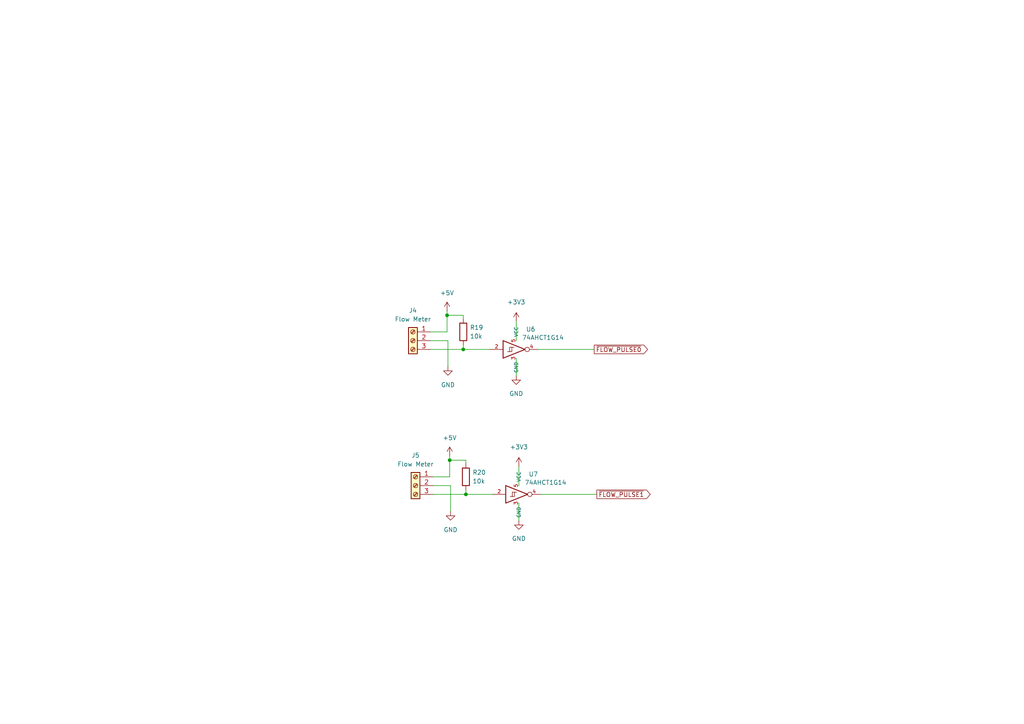
<source format=kicad_sch>
(kicad_sch (version 20211123) (generator eeschema)
  (paper "A4")
  (title_block (title "LINBus Flow Sensor") (date "2023-02-18") (rev "1.0") (company "Gavin Hurlbut"))
  (lib_symbols
    (symbol "74xGxx:74AHCT1G14" (pin_names (offset 1.016))
      (property "Reference" "U?" (at -0.635 8.255 0))
      (property "Value" "74AHCT1G14" (at -0.635 5.715 0))
      (symbol "74AHCT1G14_0_1"
        (polyline (pts (xy -1.905 -0.635) (xy -1.27 -0.635) (xy -1.27 0.635)))
        (polyline (pts (xy -3.81 2.54) (xy -3.81 -2.54) (xy 2.54 0) (xy -3.81 2.54)) (stroke (width 0.254)))
        (polyline (pts (xy -2.54 -0.635) (xy -1.905 -0.635) (xy -1.905 0.635) (xy -0.635 0.635)))
      )
      (symbol "74AHCT1G14_1_1"
        (pin input line (at -7.62 0 0) (length 3.81) (name "~") (number "2"))
        (pin power_in line (at 0 -2.54 270) (length 0) (name "GND") (number "3"))
        (pin output inverted (at 6.35 0 180) (length 3.81) (name "~") (number "4"))
        (pin power_in line (at 0 2.54 90) (length 0) (name "VCC") (number "5"))
      )
    )
    (symbol "Connector:Screw_Terminal_01x03" (pin_names (offset 1.016) hide)
      (property "Reference" "J" (at 0 5.08 0))
      (property "Value" "Screw_Terminal_01x03" (at 0 -5.08 0))
      (symbol "Screw_Terminal_01x03_1_1"
        (rectangle (start -1.27 3.81) (end 1.27 -3.81) (stroke (width 0.254)) (fill (type background)))
        (circle (center 0 -2.54) (radius 0.635) (stroke (width 0.1524)))
        (polyline (pts (xy -0.5334 -2.2098) (xy 0.3302 -3.048)) (stroke (width 0.1524)))
        (polyline (pts (xy -0.5334 0.3302) (xy 0.3302 -0.508)) (stroke (width 0.1524)))
        (polyline (pts (xy -0.5334 2.8702) (xy 0.3302 2.032)) (stroke (width 0.1524)))
        (polyline (pts (xy -0.3556 -2.032) (xy 0.508 -2.8702)) (stroke (width 0.1524)))
        (polyline (pts (xy -0.3556 0.508) (xy 0.508 -0.3302)) (stroke (width 0.1524)))
        (polyline (pts (xy -0.3556 3.048) (xy 0.508 2.2098)) (stroke (width 0.1524)))
        (circle (center 0 0) (radius 0.635) (stroke (width 0.1524)))
        (circle (center 0 2.54) (radius 0.635) (stroke (width 0.1524)))
        (pin passive line (at -5.08 2.54 0) (length 3.81) (name "Pin_1") (number "1"))
        (pin passive line (at -5.08 0 0) (length 3.81) (name "Pin_2") (number "2"))
        (pin passive line (at -5.08 -2.54 0) (length 3.81) (name "Pin_3") (number "3"))
      )
    )
    (symbol "Device:R" (pin_numbers hide) (pin_names (offset 0))
      (property "Reference" "R" (at 2.032 0 90))
      (property "Value" "R" (at 0 0 90))
      (symbol "R_0_1"
        (rectangle (start -1.016 -2.54) (end 1.016 2.54) (stroke (width 0.254)))
      )
      (symbol "R_1_1"
        (pin passive line (at 0 3.81 270) (length 1.27) (name "~") (number "1"))
        (pin passive line (at 0 -3.81 90) (length 1.27) (name "~") (number "2"))
      )
    )
    (symbol "power:+3V3" (power) (pin_names (offset 0))
      (property "Value" "+3V3" (at 0 3.556 0))
      (symbol "+3V3_0_1"
        (polyline (pts (xy -0.762 1.27) (xy 0 2.54)))
        (polyline (pts (xy 0 0) (xy 0 2.54)))
        (polyline (pts (xy 0 2.54) (xy 0.762 1.27)))
      )
      (symbol "+3V3_1_1"
        (pin power_in line (at 0 0 90) (length 0) hide (name "+3V3") (number "1"))
      )
    )
    (symbol "power:+5V" (power) (pin_names (offset 0))
      (property "Value" "+5V" (at 0 3.556 0))
      (symbol "+5V_0_1"
        (polyline (pts (xy -0.762 1.27) (xy 0 2.54)))
        (polyline (pts (xy 0 0) (xy 0 2.54)))
        (polyline (pts (xy 0 2.54) (xy 0.762 1.27)))
      )
      (symbol "+5V_1_1"
        (pin power_in line (at 0 0 90) (length 0) hide (name "+5V") (number "1"))
      )
    )
    (symbol "power:GND" (power) (pin_names (offset 0))
      (property "Value" "GND" (at 0 -3.81 0))
      (symbol "GND_0_1"
        (polyline (pts (xy 0 0) (xy 0 -1.27) (xy 1.27 -1.27) (xy 0 -2.54) (xy -1.27 -1.27) (xy 0 -1.27)))
      )
      (symbol "GND_1_1"
        (pin power_in line (at 0 0 270) (length 0) hide (name "GND") (number "1"))
      )
    )
  )
  (junction (at 129.667 91.44))
  (junction (at 135.128 143.383))
  (junction (at 134.366 101.346))
  (junction (at 130.429 133.477))
  (wire (pts (xy 150.495 135.255) (xy 150.495 140.843)))
  (wire (pts (xy 134.366 92.456) (xy 134.366 91.44)))
  (wire (pts (xy 156.845 143.383) (xy 173.101 143.383)))
  (wire (pts (xy 134.366 101.346) (xy 142.113 101.346)))
  (wire (pts (xy 130.429 133.477) (xy 130.429 132.207)))
  (wire (pts (xy 156.083 101.346) (xy 172.339 101.346)))
  (wire (pts (xy 124.841 98.806) (xy 129.921 98.806)))
  (wire (pts (xy 149.733 93.218) (xy 149.733 98.806)))
  (wire (pts (xy 125.603 138.303) (xy 130.429 138.303)))
  (wire (pts (xy 135.128 143.383) (xy 142.875 143.383)))
  (wire (pts (xy 129.921 98.806) (xy 129.921 106.299)))
  (wire (pts (xy 134.366 100.076) (xy 134.366 101.346)))
  (wire (pts (xy 129.667 96.266) (xy 129.667 91.44)))
  (wire (pts (xy 124.841 101.346) (xy 134.366 101.346)))
  (wire (pts (xy 130.683 140.843) (xy 130.683 148.336)))
  (wire (pts (xy 124.841 96.266) (xy 129.667 96.266)))
  (wire (pts (xy 150.495 145.923) (xy 150.495 151.003)))
  (wire (pts (xy 125.603 140.843) (xy 130.683 140.843)))
  (wire (pts (xy 125.603 143.383) (xy 135.128 143.383)))
  (wire (pts (xy 135.128 134.493) (xy 135.128 133.477)))
  (wire (pts (xy 129.667 91.44) (xy 129.667 90.17)))
  (wire (pts (xy 130.429 138.303) (xy 130.429 133.477)))
  (wire (pts (xy 135.128 133.477) (xy 130.429 133.477)))
  (wire (pts (xy 135.128 142.113) (xy 135.128 143.383)))
  (wire (pts (xy 149.733 103.886) (xy 149.733 108.966)))
  (wire (pts (xy 134.366 91.44) (xy 129.667 91.44)))
  (global_label "~{FLOW_PULSE0}" (shape output) (at 172.339 101.346 0) (property "Intersheet References" "${INTERSHEET_REFS}" (effects hide)))
  (global_label "~{FLOW_PULSE1}" (shape output) (at 173.101 143.383 0) (property "Intersheet References" "${INTERSHEET_REFS}" (effects hide)))
  (symbol (lib_id "power:GND") (at 149.733 108.966 0) (unit 1)
    (property "Reference" "#PWR045" (effects hide))
    (property "Value" "GND" (at 149.733 114.173 0))
  )
  (symbol (lib_id "Connector:Screw_Terminal_01x03") (at 119.761 98.806 0) (mirror y) (unit 1)
    (property "Reference" "J4" (at 119.761 90.043 0))
    (property "Value" "Flow Meter" (at 119.761 92.583 0))
    (property "Footprint" "TerminalBlock_TE-Connectivity:TerminalBlock_TE_282834-3_1x03_P2.54mm_Horizontal" (effects hide))
  )
  (symbol (lib_id "74xGxx:74AHCT1G14") (at 149.733 101.346 0) (unit 1)
    (property "Reference" "U6" (at 153.924 95.504 0))
    (property "Value" "74AHCT1G14" (at 157.48 97.917 0))
    (property "Footprint" "Package_TO_SOT_SMD:SOT-353_SC-70-5_Handsoldering" (effects hide))
    (property "Datasheet" "http://www.ti.com/lit/sg/scyt129e/scyt129e.pdf" (effects hide))
  )
  (symbol (lib_id "Connector:Screw_Terminal_01x03") (at 120.523 140.843 0) (mirror y) (unit 1)
    (property "Reference" "J5" (at 120.523 132.08 0))
    (property "Value" "Flow Meter" (at 120.523 134.62 0))
    (property "Footprint" "TerminalBlock_TE-Connectivity:TerminalBlock_TE_282834-3_1x03_P2.54mm_Horizontal" (effects hide))
  )
  (symbol (lib_id "power:+3V3") (at 149.733 93.218 0) (unit 1)
    (property "Reference" "#PWR044" (effects hide))
    (property "Value" "+3V3" (at 149.733 87.63 0))
  )
  (symbol (lib_id "power:+5V") (at 129.667 90.17 0) (unit 1)
    (property "Reference" "#PWR040" (effects hide))
    (property "Value" "+5V" (at 129.667 84.963 0))
  )
  (symbol (lib_id "Device:R") (at 134.366 96.266 0) (unit 1)
    (property "Reference" "R19" (at 136.271 94.9959 0) (effects (justify left)))
    (property "Value" "10k" (at 136.271 97.5359 0) (effects (justify left)))
    (property "Footprint" "Resistor_SMD:R_0805_2012Metric_Pad1.20x1.40mm_HandSolder" (effects hide))
  )
  (symbol (lib_id "power:GND") (at 129.921 106.299 0) (unit 1)
    (property "Reference" "#PWR041" (effects hide))
    (property "Value" "GND" (at 129.921 111.633 0))
  )
  (symbol (lib_id "power:+5V") (at 130.429 132.207 0) (unit 1)
    (property "Reference" "#PWR042" (effects hide))
    (property "Value" "+5V" (at 130.429 127 0))
  )
  (symbol (lib_id "power:GND") (at 130.683 148.336 0) (unit 1)
    (property "Reference" "#PWR043" (effects hide))
    (property "Value" "GND" (at 130.683 153.67 0))
  )
  (symbol (lib_id "power:+3V3") (at 150.495 135.255 0) (unit 1)
    (property "Reference" "#PWR046" (effects hide))
    (property "Value" "+3V3" (at 150.495 129.667 0))
  )
  (symbol (lib_id "74xGxx:74AHCT1G14") (at 150.495 143.383 0) (unit 1)
    (property "Reference" "U7" (at 154.686 137.541 0))
    (property "Value" "74AHCT1G14" (at 158.242 139.954 0))
    (property "Footprint" "Package_TO_SOT_SMD:SOT-353_SC-70-5_Handsoldering" (effects hide))
    (property "Datasheet" "http://www.ti.com/lit/sg/scyt129e/scyt129e.pdf" (effects hide))
  )
  (symbol (lib_id "Device:R") (at 135.128 138.303 0) (unit 1)
    (property "Reference" "R20" (at 137.033 137.0329 0) (effects (justify left)))
    (property "Value" "10k" (at 137.033 139.5729 0) (effects (justify left)))
    (property "Footprint" "Resistor_SMD:R_0805_2012Metric_Pad1.20x1.40mm_HandSolder" (effects hide))
  )
  (symbol (lib_id "power:GND") (at 150.495 151.003 0) (unit 1)
    (property "Reference" "#PWR047" (effects hide))
    (property "Value" "GND" (at 150.495 156.21 0))
  )
)
</source>
